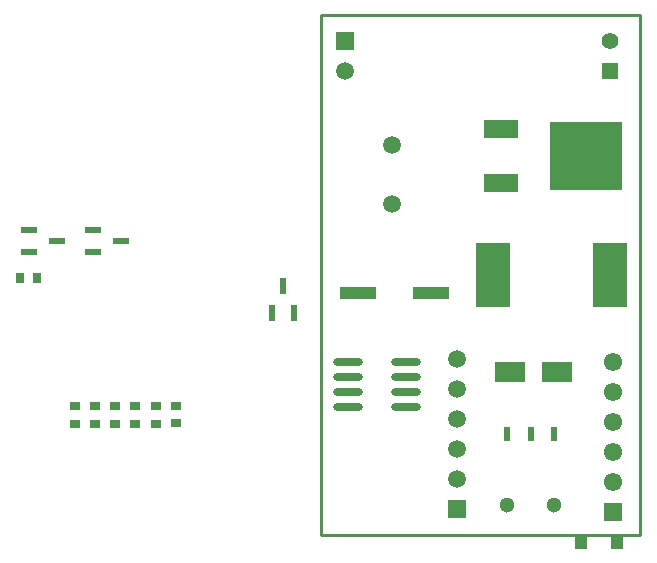
<source format=gtl>
G04 Layer_Physical_Order=1*
G04 Layer_Color=128*
%FSLAX44Y44*%
%MOMM*%
G71*
G01*
G75*
%ADD10R,0.8000X0.9000*%
%ADD11R,1.4500X0.6000*%
%ADD12R,0.9000X0.8000*%
%ADD13R,3.1000X1.1000*%
%ADD14R,0.9000X0.7000*%
%ADD15R,2.9000X5.4000*%
%ADD16O,2.5000X0.7000*%
%ADD17R,2.5000X1.7000*%
%ADD18R,3.0000X1.6000*%
%ADD19R,6.2000X5.8000*%
%ADD20R,1.0000X1.1000*%
%ADD21R,0.6000X1.4500*%
%ADD22R,0.5000X1.2000*%
%ADD23C,0.2540*%
%ADD24C,1.5000*%
%ADD25C,1.5500*%
%ADD26R,1.5500X1.5500*%
%ADD27R,1.5000X1.5000*%
%ADD28C,1.4000*%
%ADD29R,1.4000X1.4000*%
%ADD30C,1.3000*%
D10*
X-254460Y-222820D02*
D03*
X-240460D02*
D03*
D11*
X-193130Y-181740D02*
D03*
Y-200740D02*
D03*
X-169630Y-191240D02*
D03*
X-247210Y-181740D02*
D03*
Y-200740D02*
D03*
X-223710Y-191240D02*
D03*
D12*
X-122900Y-345240D02*
D03*
Y-331240D02*
D03*
D13*
X93500Y-235000D02*
D03*
X31500D02*
D03*
D14*
X-208300Y-345740D02*
D03*
Y-330740D02*
D03*
X-157060Y-345740D02*
D03*
Y-330740D02*
D03*
X-139980Y-345740D02*
D03*
Y-330740D02*
D03*
X-174140Y-345740D02*
D03*
Y-330740D02*
D03*
X-191220Y-345740D02*
D03*
Y-330740D02*
D03*
D15*
X145500Y-220000D02*
D03*
X244500D02*
D03*
D16*
X72000Y-331550D02*
D03*
Y-318850D02*
D03*
Y-306150D02*
D03*
Y-293450D02*
D03*
X23000Y-331550D02*
D03*
Y-318850D02*
D03*
Y-306150D02*
D03*
Y-293450D02*
D03*
D17*
X160000Y-302500D02*
D03*
X200000D02*
D03*
D18*
X152500Y-96780D02*
D03*
Y-142500D02*
D03*
D19*
X224300Y-119640D02*
D03*
D20*
X250930Y-446990D02*
D03*
X219930D02*
D03*
D21*
X-41500Y-252500D02*
D03*
X-22500D02*
D03*
X-32000Y-229000D02*
D03*
D22*
X197500Y-355000D02*
D03*
X177500D02*
D03*
X157500D02*
D03*
D23*
X0Y-440000D02*
Y0D01*
Y-440000D02*
X270000D01*
Y0D01*
X0D02*
X270000D01*
D24*
X60000Y-160000D02*
D03*
Y-110000D02*
D03*
X115000Y-392900D02*
D03*
Y-367500D02*
D03*
Y-342100D02*
D03*
Y-316700D02*
D03*
Y-291300D02*
D03*
X20000Y-47500D02*
D03*
D25*
X247500Y-293400D02*
D03*
Y-318800D02*
D03*
Y-344200D02*
D03*
Y-369600D02*
D03*
Y-395000D02*
D03*
D26*
Y-420400D02*
D03*
D27*
X115000Y-418300D02*
D03*
X20000Y-22100D02*
D03*
D28*
X245000Y-22100D02*
D03*
D29*
Y-47500D02*
D03*
D30*
X197500Y-415000D02*
D03*
X157500D02*
D03*
M02*

</source>
